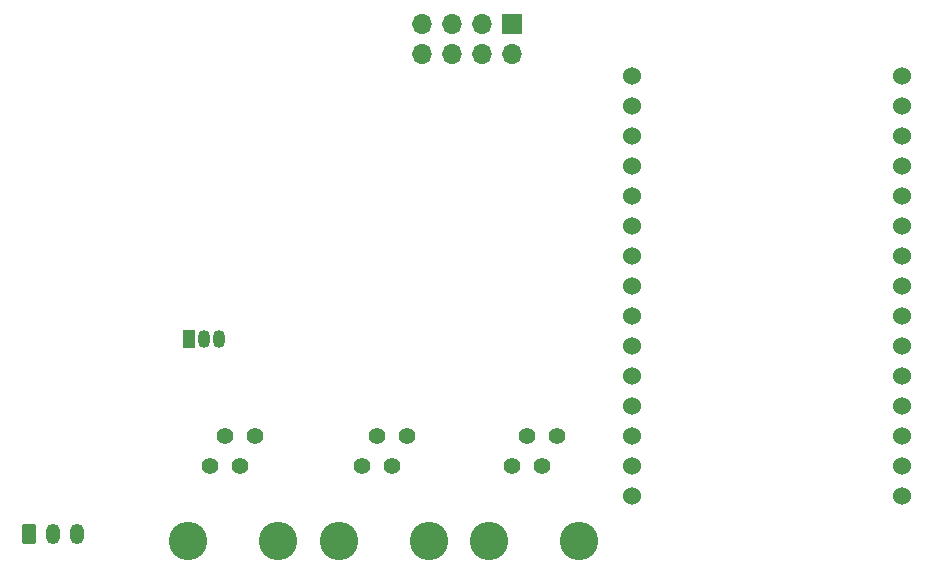
<source format=gbr>
%TF.GenerationSoftware,KiCad,Pcbnew,(6.0.4-0)*%
%TF.CreationDate,2023-05-22T14:10:51+02:00*%
%TF.ProjectId,NodeMCU-Metriful,4e6f6465-4d43-4552-9d4d-657472696675,rev?*%
%TF.SameCoordinates,Original*%
%TF.FileFunction,Soldermask,Bot*%
%TF.FilePolarity,Negative*%
%FSLAX46Y46*%
G04 Gerber Fmt 4.6, Leading zero omitted, Abs format (unit mm)*
G04 Created by KiCad (PCBNEW (6.0.4-0)) date 2023-05-22 14:10:51*
%MOMM*%
%LPD*%
G01*
G04 APERTURE LIST*
G04 Aperture macros list*
%AMRoundRect*
0 Rectangle with rounded corners*
0 $1 Rounding radius*
0 $2 $3 $4 $5 $6 $7 $8 $9 X,Y pos of 4 corners*
0 Add a 4 corners polygon primitive as box body*
4,1,4,$2,$3,$4,$5,$6,$7,$8,$9,$2,$3,0*
0 Add four circle primitives for the rounded corners*
1,1,$1+$1,$2,$3*
1,1,$1+$1,$4,$5*
1,1,$1+$1,$6,$7*
1,1,$1+$1,$8,$9*
0 Add four rect primitives between the rounded corners*
20,1,$1+$1,$2,$3,$4,$5,0*
20,1,$1+$1,$4,$5,$6,$7,0*
20,1,$1+$1,$6,$7,$8,$9,0*
20,1,$1+$1,$8,$9,$2,$3,0*%
G04 Aperture macros list end*
%ADD10C,3.251200*%
%ADD11C,1.397000*%
%ADD12RoundRect,0.250000X-0.350000X-0.625000X0.350000X-0.625000X0.350000X0.625000X-0.350000X0.625000X0*%
%ADD13O,1.200000X1.750000*%
%ADD14C,1.524000*%
%ADD15R,1.700000X1.700000*%
%ADD16O,1.700000X1.700000*%
%ADD17R,1.050000X1.500000*%
%ADD18O,1.050000X1.500000*%
G04 APERTURE END LIST*
D10*
%TO.C,CN3*%
X130175000Y-112396000D03*
X137795000Y-112396000D03*
D11*
X132080000Y-106046000D03*
X133350000Y-103506000D03*
X134620000Y-106046000D03*
X135890000Y-103506000D03*
%TD*%
D12*
%TO.C,J4*%
X91250000Y-111760000D03*
D13*
X93250000Y-111760000D03*
X95250000Y-111760000D03*
%TD*%
D10*
%TO.C,CN1*%
X104675000Y-112396000D03*
X112295000Y-112396000D03*
D11*
X106580000Y-106046000D03*
X107850000Y-103506000D03*
X109120000Y-106046000D03*
X110390000Y-103506000D03*
%TD*%
D14*
%TO.C,U1*%
X142240000Y-73025000D03*
X142240000Y-75565000D03*
X142240000Y-78105000D03*
X142240000Y-80645000D03*
X142240000Y-83185000D03*
X142240000Y-85725000D03*
X142240000Y-88265000D03*
X142240000Y-90805000D03*
X142240000Y-93345000D03*
X142240000Y-95885000D03*
X142240000Y-98425000D03*
X142240000Y-100965000D03*
X142240000Y-103505000D03*
X142240000Y-106045000D03*
X142240000Y-108585000D03*
X165100000Y-108585000D03*
X165100000Y-106045000D03*
X165100000Y-103505000D03*
X165100000Y-100965000D03*
X165100000Y-98425000D03*
X165100000Y-95885000D03*
X165100000Y-93345000D03*
X165100000Y-90805000D03*
X165100000Y-88265000D03*
X165100000Y-85725000D03*
X165100000Y-83185000D03*
X165100000Y-80645000D03*
X165100000Y-78105000D03*
X165100000Y-75565000D03*
X165100000Y-73025000D03*
%TD*%
D15*
%TO.C,J1*%
X132080000Y-68580000D03*
D16*
X132080000Y-71120000D03*
X129540000Y-68580000D03*
X129540000Y-71120000D03*
X127000000Y-68580000D03*
X127000000Y-71120000D03*
X124460000Y-68580000D03*
X124460000Y-71120000D03*
%TD*%
D17*
%TO.C,U3*%
X104775000Y-95250000D03*
D18*
X106045000Y-95250000D03*
X107315000Y-95250000D03*
%TD*%
D10*
%TO.C,CN2*%
X125095000Y-112395000D03*
X117475000Y-112395000D03*
D11*
X119380000Y-106045000D03*
X120650000Y-103505000D03*
X121920000Y-106045000D03*
X123190000Y-103505000D03*
%TD*%
M02*

</source>
